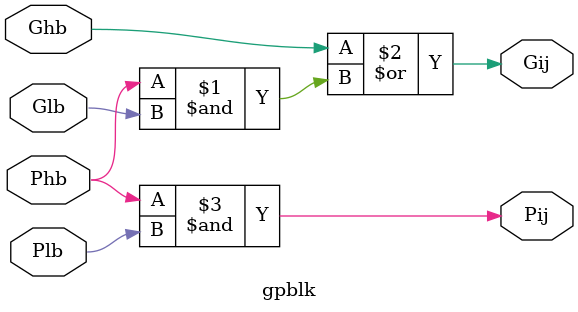
<source format=sv>
module gpblk(

	input logic Ghb, Phb, Glb, Plb,
	output logic Gij, Pij);

	assign Gij = Ghb | (Phb & Glb);
	assign Pij = Phb & Plb;

endmodule

</source>
